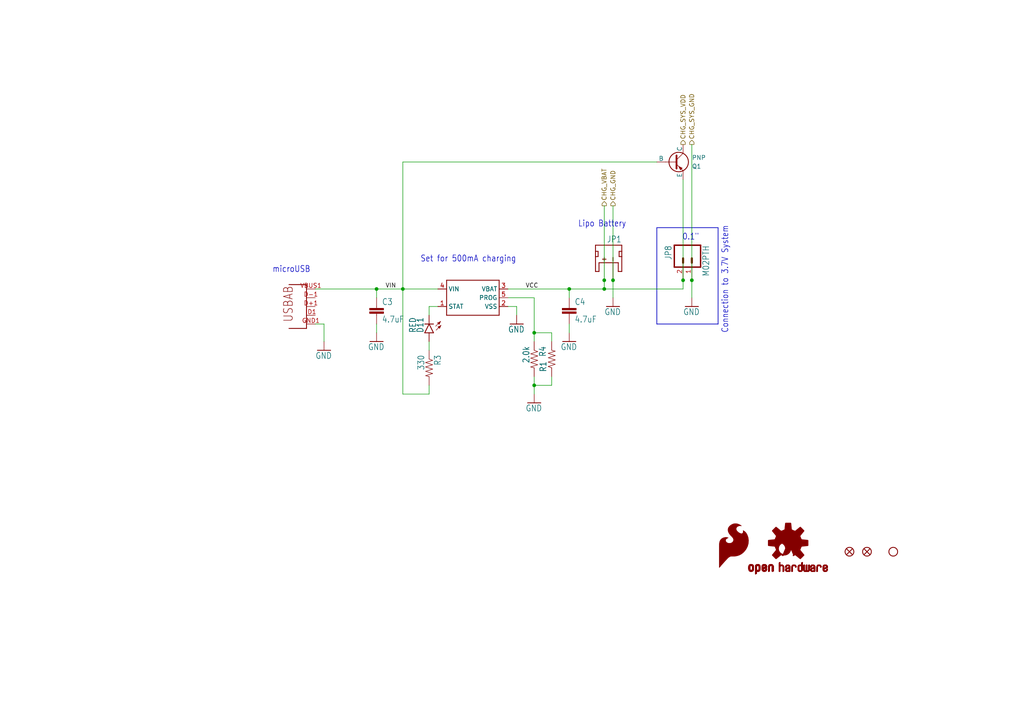
<source format=kicad_sch>
(kicad_sch (version 20230121) (generator eeschema)
  (paper "A4")
  (title_block (title "LiPo Charger") (date "2024-03-24") (rev "3") (company "PFPU2") (comment 1 "Released under CC BY-SA 4.0") (comment 2 "Original schematic from https://www.sparkfun.com/products/10217"))
  (lib_symbols
    (symbol "Simulation_SPICE:PNP" (pin_numbers hide) (pin_names (offset 0))
      (property "Reference" "Q" (at -2.54 7.62 0))
      (property "Value" "PNP" (at -2.54 5.08 0))
      (symbol "PNP_1_1"
        (pin open_collector line (at 2.54 5.08 270) (length 2.54) (name "C") (number "1"))
        (pin input line (at -5.08 0 0) (length 2.54) (name "B") (number "2"))
        (pin open_emitter line (at 2.54 -5.08 90) (length 2.54) (name "E") (number "3"))
      )
    )
    (symbol "SparkFun_Lipo_Charger_Basic-microUSB-eagle-import:2.0KOHM1/10W5%(0603)"
      (property "Reference" "R" (at -3.81 1.4986 0))
      (symbol "2.0KOHM1/10W5%(0603)_1_0"
        (pin passive line (at -5.08 0 0) (length 2.54) (name "1") (number "1"))
        (pin passive line (at 5.08 0 180) (length 2.54) (name "2") (number "2"))
      )
    )
    (symbol "SparkFun_Lipo_Charger_Basic-microUSB-eagle-import:330OHM1/10W1%(0603)"
      (property "Reference" "R" (at -3.81 1.4986 0))
      (symbol "330OHM1/10W1%(0603)_1_0"
        (pin passive line (at -5.08 0 0) (length 2.54) (name "1") (number "1"))
        (pin passive line (at 5.08 0 180) (length 2.54) (name "2") (number "2"))
      )
    )
    (symbol "SparkFun_Lipo_Charger_Basic-microUSB-eagle-import:4.7UF-6.3V-10%(0603)0603"
      (property "Reference" "C" (at 1.524 2.921 0))
      (symbol "4.7UF-6.3V-10%(0603)0603_1_0"
        (pin passive line (at 0 5.08 270) (length 2.54) (name "1") (number "1"))
        (pin passive line (at 0 -2.54 90) (length 2.54) (name "2") (number "2"))
      )
    )
    (symbol "SparkFun_Lipo_Charger_Basic-microUSB-eagle-import:FIDUCIAL1X2")
    (symbol "SparkFun_Lipo_Charger_Basic-microUSB-eagle-import:GND" (power)
      (property "Value" "GND" (at -2.54 -2.54 0))
      (symbol "GND_1_0"
        (pin power_in line (at 0 2.54 270) (length 2.54) (name "GND") (number "1"))
      )
    )
    (symbol "SparkFun_Lipo_Charger_Basic-microUSB-eagle-import:JST_2MM_MALE"
      (property "Reference" "J" (at -2.54 5.842 0))
      (symbol "JST_2MM_MALE_1_0"
        (pin bidirectional line (at 0 -5.08 90) (length 5.08) (name "-") (number "1"))
        (pin bidirectional line (at 2.54 -5.08 90) (length 5.08) (name "+") (number "2"))
        (pin bidirectional line (at -2.54 2.54 90) (length 0) (name "PAD1") (number "NC1"))
        (pin bidirectional line (at 5.08 2.54 90) (length 0) (name "PAD2") (number "NC2"))
      )
    )
    (symbol "SparkFun_Lipo_Charger_Basic-microUSB-eagle-import:LED-RED0603"
      (property "Reference" "D" (at 3.556 -4.572 90))
      (symbol "LED-RED0603_1_0"
        (pin passive line (at 0 2.54 270) (length 2.54) (name "A") (number "A"))
        (pin passive line (at 0 -5.08 90) (length 2.54) (name "C") (number "C"))
      )
    )
    (symbol "SparkFun_Lipo_Charger_Basic-microUSB-eagle-import:M02PTH"
      (property "Reference" "JP" (at -2.54 5.842 0))
      (symbol "M02PTH_1_0"
        (pin passive line (at 7.62 0 180) (length 5.08) (name "1") (number "1"))
        (pin passive line (at 7.62 2.54 180) (length 5.08) (name "2") (number "2"))
      )
    )
    (symbol "SparkFun_Lipo_Charger_Basic-microUSB-eagle-import:MCP73831"
      (symbol "MCP73831_1_0"
        (pin output line (at -10.16 -2.54 0) (length 2.54) (name "STAT") (number "1"))
        (pin power_in line (at 10.16 -2.54 180) (length 2.54) (name "VSS") (number "2"))
        (pin power_in line (at 10.16 2.54 180) (length 2.54) (name "VBAT") (number "3"))
        (pin power_in line (at -10.16 2.54 0) (length 2.54) (name "VIN") (number "4"))
        (pin input line (at 10.16 0 180) (length 2.54) (name "PROG") (number "5"))
      )
    )
    (symbol "SparkFun_Lipo_Charger_Basic-microUSB-eagle-import:OSHW-LOGOS")
    (symbol "SparkFun_Lipo_Charger_Basic-microUSB-eagle-import:RESISTORPTH-1/4W-VERT-KIT"
      (property "Reference" "R" (at -3.81 1.4986 0))
      (symbol "RESISTORPTH-1/4W-VERT-KIT_1_0"
        (pin passive line (at -5.08 0 0) (length 2.54) (name "1") (number "P$1"))
        (pin passive line (at 5.08 0 180) (length 2.54) (name "2") (number "P$2"))
      )
    )
    (symbol "SparkFun_Lipo_Charger_Basic-microUSB-eagle-import:SFE_LOGO_FLAME.1_INCH")
    (symbol "SparkFun_Lipo_Charger_Basic-microUSB-eagle-import:STAND-OFF")
    (symbol "SparkFun_Lipo_Charger_Basic-microUSB-eagle-import:USB-ABCONN-11794"
      (symbol "USB-ABCONN-11794_1_0"
        (text "USBAB" (at 1.27 -6.096 900) (effects (font (size 2.54 2.159)) (justify left bottom)))
        (pin bidirectional line (at -5.08 0 0) (length 2.54) (name "D+") (number "D+1"))
        (pin bidirectional line (at -5.08 -2.54 0) (length 2.54) (name "D-") (number "D-1"))
        (pin bidirectional line (at -5.08 5.08 0) (length 2.54) (name "GND") (number "GND1"))
        (pin bidirectional line (at -5.08 2.54 0) (length 2.54) (name "USBID") (number "ID1"))
        (pin bidirectional line (at -5.08 -5.08 0) (length 2.54) (name "VBUS") (number "VBUS1"))
      )
    )
  )
  (junction (at 198.12 81.28))
  (junction (at 165.1 83.82))
  (junction (at 177.8 81.28))
  (junction (at 175.26 81.28))
  (junction (at 109.22 83.82))
  (junction (at 200.66 81.28))
  (junction (at 154.94 96.52))
  (junction (at 175.26 83.82))
  (junction (at 154.94 111.76))
  (junction (at 116.84 83.82))
  (wire (pts (xy 175.26 83.82) (xy 198.12 83.82)) (stroke (width 0.1524)))
  (wire (pts (xy 147.32 86.36) (xy 154.94 86.36)) (stroke (width 0.1524)))
  (wire (pts (xy 116.84 114.3) (xy 116.84 83.82)) (stroke (width 0.1524)))
  (wire (pts (xy 165.1 96.52) (xy 165.1 93.98)) (stroke (width 0.1524)))
  (polyline (pts (xy 190.5 93.98) (xy 190.5 66.04)) (stroke (width 0.2032) (type solid)))
  (wire (pts (xy 160.02 99.06) (xy 160.02 96.52)) (stroke (width 0.1524)))
  (polyline (pts (xy 190.5 66.04) (xy 208.28 66.04)) (stroke (width 0.2032) (type solid)))
  (wire (pts (xy 160.02 109.22) (xy 160.02 111.76)) (stroke (width 0.1524)))
  (wire (pts (xy 198.12 52.07) (xy 198.12 81.28)))
  (wire (pts (xy 175.26 59.69) (xy 175.26 81.28)))
  (wire (pts (xy 124.46 111.76) (xy 124.46 114.3)) (stroke (width 0.1524)))
  (wire (pts (xy 154.94 114.3) (xy 154.94 111.76)) (stroke (width 0.1524)))
  (wire (pts (xy 124.46 88.9) (xy 124.46 91.44)) (stroke (width 0.1524)))
  (polyline (pts (xy 208.28 93.98) (xy 190.5 93.98)) (stroke (width 0.2032) (type solid)))
  (wire (pts (xy 165.1 86.36) (xy 165.1 83.82)) (stroke (width 0.1524)))
  (wire (pts (xy 109.22 96.52) (xy 109.22 93.98)) (stroke (width 0.1524)))
  (wire (pts (xy 177.8 81.28) (xy 177.8 86.36)) (stroke (width 0.1524)))
  (wire (pts (xy 124.46 114.3) (xy 116.84 114.3)) (stroke (width 0.1524)))
  (polyline (pts (xy 208.28 66.04) (xy 208.28 93.98)) (stroke (width 0.2032) (type solid)))
  (wire (pts (xy 116.84 83.82) (xy 116.84 46.99)) (stroke (width 0.1524)))
  (wire (pts (xy 116.84 46.99) (xy 190.5 46.99)) (stroke (width 0.1524)))
  (wire (pts (xy 127 88.9) (xy 124.46 88.9)) (stroke (width 0.1524)))
  (wire (pts (xy 147.32 88.9) (xy 149.86 88.9)) (stroke (width 0.1524)))
  (wire (pts (xy 160.02 111.76) (xy 154.94 111.76)) (stroke (width 0.1524)))
  (wire (pts (xy 200.66 41.91) (xy 200.66 81.28)) (stroke (width 0.1524)))
  (wire (pts (xy 124.46 99.06) (xy 124.46 101.6)))
  (wire (pts (xy 154.94 86.36) (xy 154.94 96.52)) (stroke (width 0.1524)))
  (wire (pts (xy 116.84 83.82) (xy 127 83.82)) (stroke (width 0.1524)))
  (wire (pts (xy 109.22 83.82) (xy 116.84 83.82)) (stroke (width 0.1524)))
  (wire (pts (xy 154.94 111.76) (xy 154.94 109.22)) (stroke (width 0.1524)))
  (wire (pts (xy 149.86 88.9) (xy 149.86 91.44)) (stroke (width 0.1524)))
  (wire (pts (xy 165.1 83.82) (xy 175.26 83.82)) (stroke (width 0.1524)))
  (wire (pts (xy 93.98 93.98) (xy 91.44 93.98)) (stroke (width 0.1524)))
  (wire (pts (xy 177.8 59.69) (xy 177.8 81.28)))
  (wire (pts (xy 200.66 81.28) (xy 200.66 86.36)) (stroke (width 0.1524)))
  (wire (pts (xy 160.02 96.52) (xy 154.94 96.52)) (stroke (width 0.1524)))
  (wire (pts (xy 198.12 81.28) (xy 198.12 83.82)) (stroke (width 0.1524)))
  (wire (pts (xy 154.94 96.52) (xy 154.94 99.06)) (stroke (width 0.1524)))
  (wire (pts (xy 175.26 81.28) (xy 175.26 83.82)) (stroke (width 0.1524)))
  (wire (pts (xy 93.98 99.06) (xy 93.98 93.98)) (stroke (width 0.1524)))
  (wire (pts (xy 91.44 83.82) (xy 109.22 83.82)) (stroke (width 0.1524)))
  (wire (pts (xy 109.22 86.36) (xy 109.22 83.82)) (stroke (width 0.1524)))
  (wire (pts (xy 147.32 83.82) (xy 165.1 83.82)) (stroke (width 0.1524)))
  (text "Connection to 3.7V System" (at 211.328 96.774 90) (effects (font (size 1.778 1.5113)) (justify left bottom)))
  (text "0.1\"" (at 197.866 69.85 0) (effects (font (size 1.778 1.5113)) (justify left bottom)))
  (text "Set for 500mA charging" (at 121.92 76.2 0) (effects (font (size 1.778 1.5113)) (justify left bottom)))
  (text "Lipo Battery" (at 167.64 66.04 0) (effects (font (size 1.778 1.5113)) (justify left bottom)))
  (text "microUSB" (at 78.994 79.248 0) (effects (font (size 1.778 1.5113)) (justify left bottom)))
  (label "VCC" (at 152.4 83.82 0) (effects (font (size 1.2446 1.2446))))
  (label "VIN" (at 111.76 83.82 0) (effects (font (size 1.2446 1.2446))))
  (hierarchical_label "CHG_GND" (shape output) (at 177.8 59.69 90))
  (hierarchical_label "CHG_VBAT" (shape output) (at 175.26 59.69 90))
  (hierarchical_label "CHG_SYS_GND" (shape output) (at 200.66 41.91 90))
  (hierarchical_label "CHG_SYS_VDD" (shape output) (at 198.12 41.91 90))
  (symbol (lib_id "SparkFun_Lipo_Charger_Basic-microUSB-eagle-import:USB-ABCONN-11794") (at 86.36 88.9 180) (unit 1)
    (property "Reference" "JP9" (effects hide))
    (property "Value" "Micro USB" (effects hide))
    (property "Footprint" "SparkFun_Lipo_Charger_Basic-microUSB:USB-AB-MICRO-SMD_V03" (effects hide))
  )
  (symbol (lib_id "SparkFun_Lipo_Charger_Basic-microUSB-eagle-import:STAND-OFF") (at 259.08 160.02 0) (unit 1)
    (property "Reference" "JP2" (effects hide))
    (property "Value" "STAND-OFF" (effects hide))
    (property "Footprint" "SparkFun_Lipo_Charger_Basic-microUSB:STAND-OFF" (effects hide))
  )
  (symbol (lib_id "SparkFun_Lipo_Charger_Basic-microUSB-eagle-import:2.0KOHM1/10W5%(0603)") (at 154.94 104.14 270) (unit 1)
    (property "Reference" "R4" (at 156.4386 100.33 0) (effects (font (size 1.778 1.5113)) (justify left bottom)))
    (property "Value" "2.0k" (at 151.638 100.33 0) (effects (font (size 1.778 1.5113)) (justify left bottom)))
    (property "Footprint" "SparkFun_Lipo_Charger_Basic-microUSB:0603-RES" (effects hide))
  )
  (symbol (lib_id "SparkFun_Lipo_Charger_Basic-microUSB-eagle-import:GND") (at 109.22 99.06 0) (unit 1)
    (property "Reference" "#GND17" (effects hide))
    (property "Value" "GND" (at 106.68 101.6 0) (effects (font (size 1.778 1.5113)) (justify left bottom)))
  )
  (symbol (lib_id "SparkFun_Lipo_Charger_Basic-microUSB-eagle-import:330OHM1/10W1%(0603)") (at 124.46 106.68 270) (unit 1)
    (property "Reference" "R3" (at 125.9586 102.87 0) (effects (font (size 1.778 1.5113)) (justify left bottom)))
    (property "Value" "330" (at 121.158 102.87 0) (effects (font (size 1.778 1.5113)) (justify left bottom)))
    (property "Footprint" "SparkFun_Lipo_Charger_Basic-microUSB:0603-RES" (effects hide))
  )
  (symbol (lib_id "SparkFun_Lipo_Charger_Basic-microUSB-eagle-import:MCP73831") (at 137.16 86.36 0) (unit 1)
    (property "Reference" "U1" (effects hide))
    (property "Value" "MCP73831" (effects hide))
    (property "Footprint" "SparkFun_Lipo_Charger_Basic-microUSB:SOT23-5" (effects hide))
  )
  (symbol (lib_id "SparkFun_Lipo_Charger_Basic-microUSB-eagle-import:LED-RED0603") (at 124.46 96.52 180) (unit 1)
    (property "Reference" "D11" (at 120.904 91.948 90) (effects (font (size 1.778 1.5113)) (justify left bottom)))
    (property "Value" "RED" (at 118.745 91.948 90) (effects (font (size 1.778 1.5113)) (justify left bottom)))
    (property "Footprint" "SparkFun_Lipo_Charger_Basic-microUSB:LED-0603" (effects hide))
  )
  (symbol (lib_id "SparkFun_Lipo_Charger_Basic-microUSB-eagle-import:GND") (at 177.8 88.9 0) (unit 1)
    (property "Reference" "#GND1" (effects hide))
    (property "Value" "GND" (at 175.26 91.44 0) (effects (font (size 1.778 1.5113)) (justify left bottom)))
  )
  (symbol (lib_id "SparkFun_Lipo_Charger_Basic-microUSB-eagle-import:4.7UF-6.3V-10%(0603)0603") (at 109.22 91.44 0) (unit 1)
    (property "Reference" "C3" (at 110.744 88.519 0) (effects (font (size 1.778 1.5113)) (justify left bottom)))
    (property "Value" "4.7uF" (at 110.744 93.599 0) (effects (font (size 1.778 1.5113)) (justify left bottom)))
    (property "Footprint" "SparkFun_Lipo_Charger_Basic-microUSB:0603-CAP" (effects hide))
  )
  (symbol (lib_id "SparkFun_Lipo_Charger_Basic-microUSB-eagle-import:OSHW-LOGOS") (at 228.6 157.48 0) (unit 1)
    (property "Reference" "LOGO1" (effects hide))
    (property "Value" "OSHW-LOGOS" (effects hide))
    (property "Footprint" "SparkFun_Lipo_Charger_Basic-microUSB:OSHW-LOGO-S" (effects hide))
  )
  (symbol (lib_id "SparkFun_Lipo_Charger_Basic-microUSB-eagle-import:GND") (at 200.66 88.9 0) (unit 1)
    (property "Reference" "#GND2" (effects hide))
    (property "Value" "GND" (at 198.12 91.44 0) (effects (font (size 1.778 1.5113)) (justify left bottom)))
  )
  (symbol (lib_id "SparkFun_Lipo_Charger_Basic-microUSB-eagle-import:M02PTH") (at 200.66 73.66 90) (mirror x) (unit 1)
    (property "Reference" "JP8" (at 194.818 71.12 0) (effects (font (size 1.778 1.5113)) (justify left bottom)))
    (property "Value" "M02PTH" (at 205.74 71.12 0) (effects (font (size 1.778 1.5113)) (justify left bottom)))
    (property "Footprint" "SparkFun_Lipo_Charger_Basic-microUSB:1X02" (effects hide))
  )
  (symbol (lib_id "SparkFun_Lipo_Charger_Basic-microUSB-eagle-import:GND") (at 149.86 93.98 0) (unit 1)
    (property "Reference" "#GND18" (effects hide))
    (property "Value" "GND" (at 147.32 96.52 0) (effects (font (size 1.778 1.5113)) (justify left bottom)))
  )
  (symbol (lib_id "SparkFun_Lipo_Charger_Basic-microUSB-eagle-import:GND") (at 165.1 99.06 0) (unit 1)
    (property "Reference" "#GND14" (effects hide))
    (property "Value" "GND" (at 162.56 101.6 0) (effects (font (size 1.778 1.5113)) (justify left bottom)))
  )
  (symbol (lib_id "SparkFun_Lipo_Charger_Basic-microUSB-eagle-import:GND") (at 154.94 116.84 0) (unit 1)
    (property "Reference" "#GND19" (effects hide))
    (property "Value" "GND" (at 152.4 119.38 0) (effects (font (size 1.778 1.5113)) (justify left bottom)))
  )
  (symbol (lib_id "SparkFun_Lipo_Charger_Basic-microUSB-eagle-import:4.7UF-6.3V-10%(0603)0603") (at 165.1 91.44 0) (unit 1)
    (property "Reference" "C4" (at 166.624 88.519 0) (effects (font (size 1.778 1.5113)) (justify left bottom)))
    (property "Value" "4.7uF" (at 166.624 93.599 0) (effects (font (size 1.778 1.5113)) (justify left bottom)))
    (property "Footprint" "SparkFun_Lipo_Charger_Basic-microUSB:0603-CAP" (effects hide))
  )
  (symbol (lib_id "Simulation_SPICE:PNP") (at 195.58 46.99 0) (unit 1)
    (property "Reference" "Q1" (at 200.66 48.26 0) (effects (justify left)))
    (property "Value" "PNP" (at 200.66 45.72 0) (effects (justify left)))
    (property "Datasheet" "https://ngspice.sourceforge.io/docs/ngspice-html-manual/manual.xhtml#cha_BJTs" (effects hide))
    (property "Sim.Device" "PNP" (effects hide))
    (property "Sim.Type" "GUMMELPOON" (effects hide))
    (property "Sim.Pins" "1=C 2=B 3=E" (effects hide))
  )
  (symbol (lib_id "SparkFun_Lipo_Charger_Basic-microUSB-eagle-import:FIDUCIAL1X2") (at 246.38 160.02 0) (unit 1)
    (property "Reference" "JP4" (effects hide))
    (property "Value" "FIDUCIAL1X2" (effects hide))
    (property "Footprint" "SparkFun_Lipo_Charger_Basic-microUSB:FIDUCIAL-1X2" (effects hide))
  )
  (symbol (lib_id "SparkFun_Lipo_Charger_Basic-microUSB-eagle-import:SFE_LOGO_FLAME.1_INCH") (at 208.28 165.1 0) (unit 1)
    (property "Reference" "LOGO2" (effects hide))
    (property "Value" "SFE_LOGO_FLAME.1_INCH" (effects hide))
    (property "Footprint" "SparkFun_Lipo_Charger_Basic-microUSB:SFE_LOGO_FLAME_.1" (effects hide))
  )
  (symbol (lib_id "SparkFun_Lipo_Charger_Basic-microUSB-eagle-import:GND") (at 93.98 101.6 0) (unit 1)
    (property "Reference" "#GND15" (effects hide))
    (property "Value" "GND" (at 91.44 104.14 0) (effects (font (size 1.778 1.5113)) (justify left bottom)))
  )
  (symbol (lib_id "SparkFun_Lipo_Charger_Basic-microUSB-eagle-import:JST_2MM_MALE") (at 177.8 76.2 0) (mirror y) (unit 1)
    (property "Reference" "JP1" (at 180.34 70.358 0) (effects (font (size 1.778 1.5113)) (justify left bottom)))
    (property "Value" "JST" (effects hide))
    (property "Footprint" "SparkFun_Lipo_Charger_Basic-microUSB:JST-2-SMD" (effects hide))
  )
  (symbol (lib_id "SparkFun_Lipo_Charger_Basic-microUSB-eagle-import:FIDUCIAL1X2") (at 251.46 160.02 0) (unit 1)
    (property "Reference" "JP3" (effects hide))
    (property "Value" "FIDUCIAL1X2" (effects hide))
    (property "Footprint" "SparkFun_Lipo_Charger_Basic-microUSB:FIDUCIAL-1X2" (effects hide))
  )
  (symbol (lib_id "SparkFun_Lipo_Charger_Basic-microUSB-eagle-import:RESISTORPTH-1/4W-VERT-KIT") (at 160.02 104.14 90) (unit 1)
    (property "Reference" "R1" (at 158.5214 107.95 0) (effects (font (size 1.778 1.5113)) (justify left bottom)))
    (property "Value" "RESISTORPTH-1/4W-VERT-KIT" (effects hide))
    (property "Footprint" "SparkFun_Lipo_Charger_Basic-microUSB:AXIAL-0.1EZ" (effects hide))
  )
)
</source>
